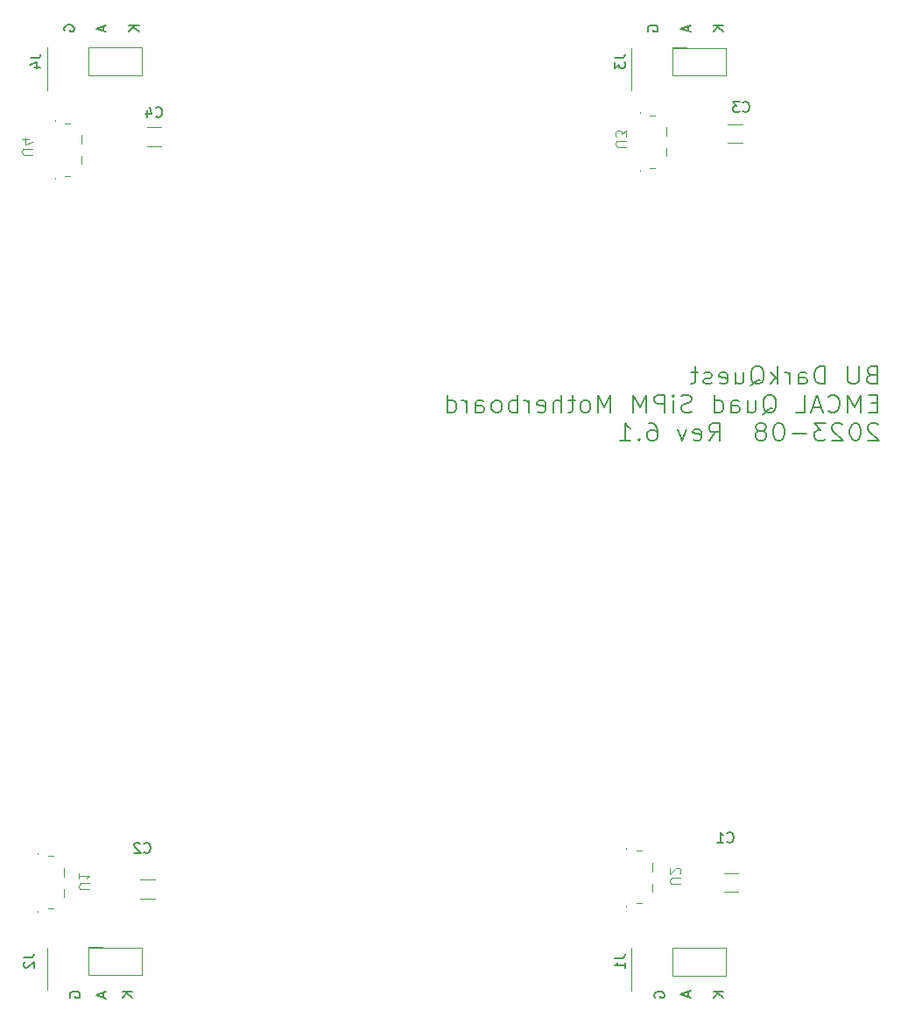
<source format=gbr>
%TF.GenerationSoftware,KiCad,Pcbnew,7.0.5-0*%
%TF.CreationDate,2023-11-28T16:07:23-05:00*%
%TF.ProjectId,quad_sipm,71756164-5f73-4697-906d-2e6b69636164,rev?*%
%TF.SameCoordinates,Original*%
%TF.FileFunction,Legend,Bot*%
%TF.FilePolarity,Positive*%
%FSLAX46Y46*%
G04 Gerber Fmt 4.6, Leading zero omitted, Abs format (unit mm)*
G04 Created by KiCad (PCBNEW 7.0.5-0) date 2023-11-28 16:07:23*
%MOMM*%
%LPD*%
G01*
G04 APERTURE LIST*
%ADD10C,0.150000*%
%ADD11C,0.203200*%
%ADD12C,0.100000*%
%ADD13C,0.120000*%
G04 APERTURE END LIST*
D10*
X124597438Y-53601904D02*
X124549819Y-53506666D01*
X124549819Y-53506666D02*
X124549819Y-53363809D01*
X124549819Y-53363809D02*
X124597438Y-53220952D01*
X124597438Y-53220952D02*
X124692676Y-53125714D01*
X124692676Y-53125714D02*
X124787914Y-53078095D01*
X124787914Y-53078095D02*
X124978390Y-53030476D01*
X124978390Y-53030476D02*
X125121247Y-53030476D01*
X125121247Y-53030476D02*
X125311723Y-53078095D01*
X125311723Y-53078095D02*
X125406961Y-53125714D01*
X125406961Y-53125714D02*
X125502200Y-53220952D01*
X125502200Y-53220952D02*
X125549819Y-53363809D01*
X125549819Y-53363809D02*
X125549819Y-53459047D01*
X125549819Y-53459047D02*
X125502200Y-53601904D01*
X125502200Y-53601904D02*
X125454580Y-53649523D01*
X125454580Y-53649523D02*
X125121247Y-53649523D01*
X125121247Y-53649523D02*
X125121247Y-53459047D01*
X131899819Y-53078095D02*
X130899819Y-53078095D01*
X131899819Y-53649523D02*
X131328390Y-53220952D01*
X130899819Y-53649523D02*
X131471247Y-53078095D01*
X128439104Y-53101905D02*
X128439104Y-53578095D01*
X128724819Y-53006667D02*
X127724819Y-53340000D01*
X127724819Y-53340000D02*
X128724819Y-53673333D01*
X68717438Y-146983220D02*
X68669819Y-146887982D01*
X68669819Y-146887982D02*
X68669819Y-146745125D01*
X68669819Y-146745125D02*
X68717438Y-146602268D01*
X68717438Y-146602268D02*
X68812676Y-146507030D01*
X68812676Y-146507030D02*
X68907914Y-146459411D01*
X68907914Y-146459411D02*
X69098390Y-146411792D01*
X69098390Y-146411792D02*
X69241247Y-146411792D01*
X69241247Y-146411792D02*
X69431723Y-146459411D01*
X69431723Y-146459411D02*
X69526961Y-146507030D01*
X69526961Y-146507030D02*
X69622200Y-146602268D01*
X69622200Y-146602268D02*
X69669819Y-146745125D01*
X69669819Y-146745125D02*
X69669819Y-146840363D01*
X69669819Y-146840363D02*
X69622200Y-146983220D01*
X69622200Y-146983220D02*
X69574580Y-147030839D01*
X69574580Y-147030839D02*
X69241247Y-147030839D01*
X69241247Y-147030839D02*
X69241247Y-146840363D01*
X71924104Y-146554649D02*
X71924104Y-147030839D01*
X72209819Y-146459411D02*
X71209819Y-146792744D01*
X71209819Y-146792744D02*
X72209819Y-147126077D01*
X75384819Y-53078095D02*
X74384819Y-53078095D01*
X75384819Y-53649523D02*
X74813390Y-53220952D01*
X74384819Y-53649523D02*
X74956247Y-53078095D01*
X71924104Y-53101905D02*
X71924104Y-53578095D01*
X72209819Y-53006667D02*
X71209819Y-53340000D01*
X71209819Y-53340000D02*
X72209819Y-53673333D01*
X74749819Y-146423095D02*
X73749819Y-146423095D01*
X74749819Y-146994523D02*
X74178390Y-146565952D01*
X73749819Y-146994523D02*
X74321247Y-146423095D01*
X128439104Y-146446905D02*
X128439104Y-146923095D01*
X128724819Y-146351667D02*
X127724819Y-146685000D01*
X127724819Y-146685000D02*
X128724819Y-147018333D01*
X125232438Y-146983220D02*
X125184819Y-146887982D01*
X125184819Y-146887982D02*
X125184819Y-146745125D01*
X125184819Y-146745125D02*
X125232438Y-146602268D01*
X125232438Y-146602268D02*
X125327676Y-146507030D01*
X125327676Y-146507030D02*
X125422914Y-146459411D01*
X125422914Y-146459411D02*
X125613390Y-146411792D01*
X125613390Y-146411792D02*
X125756247Y-146411792D01*
X125756247Y-146411792D02*
X125946723Y-146459411D01*
X125946723Y-146459411D02*
X126041961Y-146507030D01*
X126041961Y-146507030D02*
X126137200Y-146602268D01*
X126137200Y-146602268D02*
X126184819Y-146745125D01*
X126184819Y-146745125D02*
X126184819Y-146840363D01*
X126184819Y-146840363D02*
X126137200Y-146983220D01*
X126137200Y-146983220D02*
X126089580Y-147030839D01*
X126089580Y-147030839D02*
X125756247Y-147030839D01*
X125756247Y-147030839D02*
X125756247Y-146840363D01*
X131899819Y-146423095D02*
X130899819Y-146423095D01*
X131899819Y-146994523D02*
X131328390Y-146565952D01*
X130899819Y-146994523D02*
X131471247Y-146423095D01*
D11*
X146157744Y-86810410D02*
X145900601Y-86891362D01*
X145900601Y-86891362D02*
X145814887Y-86972314D01*
X145814887Y-86972314D02*
X145729173Y-87134219D01*
X145729173Y-87134219D02*
X145729173Y-87377076D01*
X145729173Y-87377076D02*
X145814887Y-87538981D01*
X145814887Y-87538981D02*
X145900601Y-87619934D01*
X145900601Y-87619934D02*
X146072030Y-87700886D01*
X146072030Y-87700886D02*
X146757744Y-87700886D01*
X146757744Y-87700886D02*
X146757744Y-86000886D01*
X146757744Y-86000886D02*
X146157744Y-86000886D01*
X146157744Y-86000886D02*
X145986316Y-86081838D01*
X145986316Y-86081838D02*
X145900601Y-86162791D01*
X145900601Y-86162791D02*
X145814887Y-86324695D01*
X145814887Y-86324695D02*
X145814887Y-86486600D01*
X145814887Y-86486600D02*
X145900601Y-86648505D01*
X145900601Y-86648505D02*
X145986316Y-86729457D01*
X145986316Y-86729457D02*
X146157744Y-86810410D01*
X146157744Y-86810410D02*
X146757744Y-86810410D01*
X144957744Y-86000886D02*
X144957744Y-87377076D01*
X144957744Y-87377076D02*
X144872030Y-87538981D01*
X144872030Y-87538981D02*
X144786316Y-87619934D01*
X144786316Y-87619934D02*
X144614887Y-87700886D01*
X144614887Y-87700886D02*
X144272030Y-87700886D01*
X144272030Y-87700886D02*
X144100601Y-87619934D01*
X144100601Y-87619934D02*
X144014887Y-87538981D01*
X144014887Y-87538981D02*
X143929173Y-87377076D01*
X143929173Y-87377076D02*
X143929173Y-86000886D01*
X141700601Y-87700886D02*
X141700601Y-86000886D01*
X141700601Y-86000886D02*
X141272030Y-86000886D01*
X141272030Y-86000886D02*
X141014887Y-86081838D01*
X141014887Y-86081838D02*
X140843458Y-86243743D01*
X140843458Y-86243743D02*
X140757744Y-86405648D01*
X140757744Y-86405648D02*
X140672030Y-86729457D01*
X140672030Y-86729457D02*
X140672030Y-86972314D01*
X140672030Y-86972314D02*
X140757744Y-87296124D01*
X140757744Y-87296124D02*
X140843458Y-87458029D01*
X140843458Y-87458029D02*
X141014887Y-87619934D01*
X141014887Y-87619934D02*
X141272030Y-87700886D01*
X141272030Y-87700886D02*
X141700601Y-87700886D01*
X139129173Y-87700886D02*
X139129173Y-86810410D01*
X139129173Y-86810410D02*
X139214887Y-86648505D01*
X139214887Y-86648505D02*
X139386315Y-86567553D01*
X139386315Y-86567553D02*
X139729173Y-86567553D01*
X139729173Y-86567553D02*
X139900601Y-86648505D01*
X139129173Y-87619934D02*
X139300601Y-87700886D01*
X139300601Y-87700886D02*
X139729173Y-87700886D01*
X139729173Y-87700886D02*
X139900601Y-87619934D01*
X139900601Y-87619934D02*
X139986315Y-87458029D01*
X139986315Y-87458029D02*
X139986315Y-87296124D01*
X139986315Y-87296124D02*
X139900601Y-87134219D01*
X139900601Y-87134219D02*
X139729173Y-87053267D01*
X139729173Y-87053267D02*
X139300601Y-87053267D01*
X139300601Y-87053267D02*
X139129173Y-86972314D01*
X138272030Y-87700886D02*
X138272030Y-86567553D01*
X138272030Y-86891362D02*
X138186316Y-86729457D01*
X138186316Y-86729457D02*
X138100602Y-86648505D01*
X138100602Y-86648505D02*
X137929173Y-86567553D01*
X137929173Y-86567553D02*
X137757744Y-86567553D01*
X137157744Y-87700886D02*
X137157744Y-86000886D01*
X136986316Y-87053267D02*
X136472030Y-87700886D01*
X136472030Y-86567553D02*
X137157744Y-87215172D01*
X134500601Y-87862791D02*
X134672030Y-87781838D01*
X134672030Y-87781838D02*
X134843458Y-87619934D01*
X134843458Y-87619934D02*
X135100601Y-87377076D01*
X135100601Y-87377076D02*
X135272030Y-87296124D01*
X135272030Y-87296124D02*
X135443458Y-87296124D01*
X135357744Y-87700886D02*
X135529173Y-87619934D01*
X135529173Y-87619934D02*
X135700601Y-87458029D01*
X135700601Y-87458029D02*
X135786315Y-87134219D01*
X135786315Y-87134219D02*
X135786315Y-86567553D01*
X135786315Y-86567553D02*
X135700601Y-86243743D01*
X135700601Y-86243743D02*
X135529173Y-86081838D01*
X135529173Y-86081838D02*
X135357744Y-86000886D01*
X135357744Y-86000886D02*
X135014887Y-86000886D01*
X135014887Y-86000886D02*
X134843458Y-86081838D01*
X134843458Y-86081838D02*
X134672030Y-86243743D01*
X134672030Y-86243743D02*
X134586315Y-86567553D01*
X134586315Y-86567553D02*
X134586315Y-87134219D01*
X134586315Y-87134219D02*
X134672030Y-87458029D01*
X134672030Y-87458029D02*
X134843458Y-87619934D01*
X134843458Y-87619934D02*
X135014887Y-87700886D01*
X135014887Y-87700886D02*
X135357744Y-87700886D01*
X133043459Y-86567553D02*
X133043459Y-87700886D01*
X133814887Y-86567553D02*
X133814887Y-87458029D01*
X133814887Y-87458029D02*
X133729173Y-87619934D01*
X133729173Y-87619934D02*
X133557744Y-87700886D01*
X133557744Y-87700886D02*
X133300601Y-87700886D01*
X133300601Y-87700886D02*
X133129173Y-87619934D01*
X133129173Y-87619934D02*
X133043459Y-87538981D01*
X131500602Y-87619934D02*
X131672030Y-87700886D01*
X131672030Y-87700886D02*
X132014888Y-87700886D01*
X132014888Y-87700886D02*
X132186316Y-87619934D01*
X132186316Y-87619934D02*
X132272030Y-87458029D01*
X132272030Y-87458029D02*
X132272030Y-86810410D01*
X132272030Y-86810410D02*
X132186316Y-86648505D01*
X132186316Y-86648505D02*
X132014888Y-86567553D01*
X132014888Y-86567553D02*
X131672030Y-86567553D01*
X131672030Y-86567553D02*
X131500602Y-86648505D01*
X131500602Y-86648505D02*
X131414888Y-86810410D01*
X131414888Y-86810410D02*
X131414888Y-86972314D01*
X131414888Y-86972314D02*
X132272030Y-87134219D01*
X130729173Y-87619934D02*
X130557745Y-87700886D01*
X130557745Y-87700886D02*
X130214888Y-87700886D01*
X130214888Y-87700886D02*
X130043459Y-87619934D01*
X130043459Y-87619934D02*
X129957745Y-87458029D01*
X129957745Y-87458029D02*
X129957745Y-87377076D01*
X129957745Y-87377076D02*
X130043459Y-87215172D01*
X130043459Y-87215172D02*
X130214888Y-87134219D01*
X130214888Y-87134219D02*
X130472031Y-87134219D01*
X130472031Y-87134219D02*
X130643459Y-87053267D01*
X130643459Y-87053267D02*
X130729173Y-86891362D01*
X130729173Y-86891362D02*
X130729173Y-86810410D01*
X130729173Y-86810410D02*
X130643459Y-86648505D01*
X130643459Y-86648505D02*
X130472031Y-86567553D01*
X130472031Y-86567553D02*
X130214888Y-86567553D01*
X130214888Y-86567553D02*
X130043459Y-86648505D01*
X129443459Y-86567553D02*
X128757745Y-86567553D01*
X129186316Y-86000886D02*
X129186316Y-87458029D01*
X129186316Y-87458029D02*
X129100602Y-87619934D01*
X129100602Y-87619934D02*
X128929173Y-87700886D01*
X128929173Y-87700886D02*
X128757745Y-87700886D01*
X146757744Y-89547410D02*
X146157744Y-89547410D01*
X145900601Y-90437886D02*
X146757744Y-90437886D01*
X146757744Y-90437886D02*
X146757744Y-88737886D01*
X146757744Y-88737886D02*
X145900601Y-88737886D01*
X145129173Y-90437886D02*
X145129173Y-88737886D01*
X145129173Y-88737886D02*
X144529173Y-89952172D01*
X144529173Y-89952172D02*
X143929173Y-88737886D01*
X143929173Y-88737886D02*
X143929173Y-90437886D01*
X142043459Y-90275981D02*
X142129173Y-90356934D01*
X142129173Y-90356934D02*
X142386316Y-90437886D01*
X142386316Y-90437886D02*
X142557744Y-90437886D01*
X142557744Y-90437886D02*
X142814887Y-90356934D01*
X142814887Y-90356934D02*
X142986316Y-90195029D01*
X142986316Y-90195029D02*
X143072030Y-90033124D01*
X143072030Y-90033124D02*
X143157744Y-89709314D01*
X143157744Y-89709314D02*
X143157744Y-89466457D01*
X143157744Y-89466457D02*
X143072030Y-89142648D01*
X143072030Y-89142648D02*
X142986316Y-88980743D01*
X142986316Y-88980743D02*
X142814887Y-88818838D01*
X142814887Y-88818838D02*
X142557744Y-88737886D01*
X142557744Y-88737886D02*
X142386316Y-88737886D01*
X142386316Y-88737886D02*
X142129173Y-88818838D01*
X142129173Y-88818838D02*
X142043459Y-88899791D01*
X141357744Y-89952172D02*
X140500602Y-89952172D01*
X141529173Y-90437886D02*
X140929173Y-88737886D01*
X140929173Y-88737886D02*
X140329173Y-90437886D01*
X138872030Y-90437886D02*
X139729173Y-90437886D01*
X139729173Y-90437886D02*
X139729173Y-88737886D01*
X135700601Y-90599791D02*
X135872030Y-90518838D01*
X135872030Y-90518838D02*
X136043458Y-90356934D01*
X136043458Y-90356934D02*
X136300601Y-90114076D01*
X136300601Y-90114076D02*
X136472030Y-90033124D01*
X136472030Y-90033124D02*
X136643458Y-90033124D01*
X136557744Y-90437886D02*
X136729173Y-90356934D01*
X136729173Y-90356934D02*
X136900601Y-90195029D01*
X136900601Y-90195029D02*
X136986315Y-89871219D01*
X136986315Y-89871219D02*
X136986315Y-89304553D01*
X136986315Y-89304553D02*
X136900601Y-88980743D01*
X136900601Y-88980743D02*
X136729173Y-88818838D01*
X136729173Y-88818838D02*
X136557744Y-88737886D01*
X136557744Y-88737886D02*
X136214887Y-88737886D01*
X136214887Y-88737886D02*
X136043458Y-88818838D01*
X136043458Y-88818838D02*
X135872030Y-88980743D01*
X135872030Y-88980743D02*
X135786315Y-89304553D01*
X135786315Y-89304553D02*
X135786315Y-89871219D01*
X135786315Y-89871219D02*
X135872030Y-90195029D01*
X135872030Y-90195029D02*
X136043458Y-90356934D01*
X136043458Y-90356934D02*
X136214887Y-90437886D01*
X136214887Y-90437886D02*
X136557744Y-90437886D01*
X134243459Y-89304553D02*
X134243459Y-90437886D01*
X135014887Y-89304553D02*
X135014887Y-90195029D01*
X135014887Y-90195029D02*
X134929173Y-90356934D01*
X134929173Y-90356934D02*
X134757744Y-90437886D01*
X134757744Y-90437886D02*
X134500601Y-90437886D01*
X134500601Y-90437886D02*
X134329173Y-90356934D01*
X134329173Y-90356934D02*
X134243459Y-90275981D01*
X132614888Y-90437886D02*
X132614888Y-89547410D01*
X132614888Y-89547410D02*
X132700602Y-89385505D01*
X132700602Y-89385505D02*
X132872030Y-89304553D01*
X132872030Y-89304553D02*
X133214888Y-89304553D01*
X133214888Y-89304553D02*
X133386316Y-89385505D01*
X132614888Y-90356934D02*
X132786316Y-90437886D01*
X132786316Y-90437886D02*
X133214888Y-90437886D01*
X133214888Y-90437886D02*
X133386316Y-90356934D01*
X133386316Y-90356934D02*
X133472030Y-90195029D01*
X133472030Y-90195029D02*
X133472030Y-90033124D01*
X133472030Y-90033124D02*
X133386316Y-89871219D01*
X133386316Y-89871219D02*
X133214888Y-89790267D01*
X133214888Y-89790267D02*
X132786316Y-89790267D01*
X132786316Y-89790267D02*
X132614888Y-89709314D01*
X130986317Y-90437886D02*
X130986317Y-88737886D01*
X130986317Y-90356934D02*
X131157745Y-90437886D01*
X131157745Y-90437886D02*
X131500602Y-90437886D01*
X131500602Y-90437886D02*
X131672031Y-90356934D01*
X131672031Y-90356934D02*
X131757745Y-90275981D01*
X131757745Y-90275981D02*
X131843459Y-90114076D01*
X131843459Y-90114076D02*
X131843459Y-89628362D01*
X131843459Y-89628362D02*
X131757745Y-89466457D01*
X131757745Y-89466457D02*
X131672031Y-89385505D01*
X131672031Y-89385505D02*
X131500602Y-89304553D01*
X131500602Y-89304553D02*
X131157745Y-89304553D01*
X131157745Y-89304553D02*
X130986317Y-89385505D01*
X128843459Y-90356934D02*
X128586317Y-90437886D01*
X128586317Y-90437886D02*
X128157745Y-90437886D01*
X128157745Y-90437886D02*
X127986317Y-90356934D01*
X127986317Y-90356934D02*
X127900602Y-90275981D01*
X127900602Y-90275981D02*
X127814888Y-90114076D01*
X127814888Y-90114076D02*
X127814888Y-89952172D01*
X127814888Y-89952172D02*
X127900602Y-89790267D01*
X127900602Y-89790267D02*
X127986317Y-89709314D01*
X127986317Y-89709314D02*
X128157745Y-89628362D01*
X128157745Y-89628362D02*
X128500602Y-89547410D01*
X128500602Y-89547410D02*
X128672031Y-89466457D01*
X128672031Y-89466457D02*
X128757745Y-89385505D01*
X128757745Y-89385505D02*
X128843459Y-89223600D01*
X128843459Y-89223600D02*
X128843459Y-89061695D01*
X128843459Y-89061695D02*
X128757745Y-88899791D01*
X128757745Y-88899791D02*
X128672031Y-88818838D01*
X128672031Y-88818838D02*
X128500602Y-88737886D01*
X128500602Y-88737886D02*
X128072031Y-88737886D01*
X128072031Y-88737886D02*
X127814888Y-88818838D01*
X127043459Y-90437886D02*
X127043459Y-89304553D01*
X127043459Y-88737886D02*
X127129173Y-88818838D01*
X127129173Y-88818838D02*
X127043459Y-88899791D01*
X127043459Y-88899791D02*
X126957745Y-88818838D01*
X126957745Y-88818838D02*
X127043459Y-88737886D01*
X127043459Y-88737886D02*
X127043459Y-88899791D01*
X126186316Y-90437886D02*
X126186316Y-88737886D01*
X126186316Y-88737886D02*
X125500602Y-88737886D01*
X125500602Y-88737886D02*
X125329173Y-88818838D01*
X125329173Y-88818838D02*
X125243459Y-88899791D01*
X125243459Y-88899791D02*
X125157745Y-89061695D01*
X125157745Y-89061695D02*
X125157745Y-89304553D01*
X125157745Y-89304553D02*
X125243459Y-89466457D01*
X125243459Y-89466457D02*
X125329173Y-89547410D01*
X125329173Y-89547410D02*
X125500602Y-89628362D01*
X125500602Y-89628362D02*
X126186316Y-89628362D01*
X124386316Y-90437886D02*
X124386316Y-88737886D01*
X124386316Y-88737886D02*
X123786316Y-89952172D01*
X123786316Y-89952172D02*
X123186316Y-88737886D01*
X123186316Y-88737886D02*
X123186316Y-90437886D01*
X120957744Y-90437886D02*
X120957744Y-88737886D01*
X120957744Y-88737886D02*
X120357744Y-89952172D01*
X120357744Y-89952172D02*
X119757744Y-88737886D01*
X119757744Y-88737886D02*
X119757744Y-90437886D01*
X118643458Y-90437886D02*
X118814887Y-90356934D01*
X118814887Y-90356934D02*
X118900601Y-90275981D01*
X118900601Y-90275981D02*
X118986315Y-90114076D01*
X118986315Y-90114076D02*
X118986315Y-89628362D01*
X118986315Y-89628362D02*
X118900601Y-89466457D01*
X118900601Y-89466457D02*
X118814887Y-89385505D01*
X118814887Y-89385505D02*
X118643458Y-89304553D01*
X118643458Y-89304553D02*
X118386315Y-89304553D01*
X118386315Y-89304553D02*
X118214887Y-89385505D01*
X118214887Y-89385505D02*
X118129173Y-89466457D01*
X118129173Y-89466457D02*
X118043458Y-89628362D01*
X118043458Y-89628362D02*
X118043458Y-90114076D01*
X118043458Y-90114076D02*
X118129173Y-90275981D01*
X118129173Y-90275981D02*
X118214887Y-90356934D01*
X118214887Y-90356934D02*
X118386315Y-90437886D01*
X118386315Y-90437886D02*
X118643458Y-90437886D01*
X117529173Y-89304553D02*
X116843459Y-89304553D01*
X117272030Y-88737886D02*
X117272030Y-90195029D01*
X117272030Y-90195029D02*
X117186316Y-90356934D01*
X117186316Y-90356934D02*
X117014887Y-90437886D01*
X117014887Y-90437886D02*
X116843459Y-90437886D01*
X116243459Y-90437886D02*
X116243459Y-88737886D01*
X115472031Y-90437886D02*
X115472031Y-89547410D01*
X115472031Y-89547410D02*
X115557745Y-89385505D01*
X115557745Y-89385505D02*
X115729173Y-89304553D01*
X115729173Y-89304553D02*
X115986316Y-89304553D01*
X115986316Y-89304553D02*
X116157745Y-89385505D01*
X116157745Y-89385505D02*
X116243459Y-89466457D01*
X113929174Y-90356934D02*
X114100602Y-90437886D01*
X114100602Y-90437886D02*
X114443460Y-90437886D01*
X114443460Y-90437886D02*
X114614888Y-90356934D01*
X114614888Y-90356934D02*
X114700602Y-90195029D01*
X114700602Y-90195029D02*
X114700602Y-89547410D01*
X114700602Y-89547410D02*
X114614888Y-89385505D01*
X114614888Y-89385505D02*
X114443460Y-89304553D01*
X114443460Y-89304553D02*
X114100602Y-89304553D01*
X114100602Y-89304553D02*
X113929174Y-89385505D01*
X113929174Y-89385505D02*
X113843460Y-89547410D01*
X113843460Y-89547410D02*
X113843460Y-89709314D01*
X113843460Y-89709314D02*
X114700602Y-89871219D01*
X113072031Y-90437886D02*
X113072031Y-89304553D01*
X113072031Y-89628362D02*
X112986317Y-89466457D01*
X112986317Y-89466457D02*
X112900603Y-89385505D01*
X112900603Y-89385505D02*
X112729174Y-89304553D01*
X112729174Y-89304553D02*
X112557745Y-89304553D01*
X111957745Y-90437886D02*
X111957745Y-88737886D01*
X111957745Y-89385505D02*
X111786317Y-89304553D01*
X111786317Y-89304553D02*
X111443459Y-89304553D01*
X111443459Y-89304553D02*
X111272031Y-89385505D01*
X111272031Y-89385505D02*
X111186317Y-89466457D01*
X111186317Y-89466457D02*
X111100602Y-89628362D01*
X111100602Y-89628362D02*
X111100602Y-90114076D01*
X111100602Y-90114076D02*
X111186317Y-90275981D01*
X111186317Y-90275981D02*
X111272031Y-90356934D01*
X111272031Y-90356934D02*
X111443459Y-90437886D01*
X111443459Y-90437886D02*
X111786317Y-90437886D01*
X111786317Y-90437886D02*
X111957745Y-90356934D01*
X110072031Y-90437886D02*
X110243460Y-90356934D01*
X110243460Y-90356934D02*
X110329174Y-90275981D01*
X110329174Y-90275981D02*
X110414888Y-90114076D01*
X110414888Y-90114076D02*
X110414888Y-89628362D01*
X110414888Y-89628362D02*
X110329174Y-89466457D01*
X110329174Y-89466457D02*
X110243460Y-89385505D01*
X110243460Y-89385505D02*
X110072031Y-89304553D01*
X110072031Y-89304553D02*
X109814888Y-89304553D01*
X109814888Y-89304553D02*
X109643460Y-89385505D01*
X109643460Y-89385505D02*
X109557746Y-89466457D01*
X109557746Y-89466457D02*
X109472031Y-89628362D01*
X109472031Y-89628362D02*
X109472031Y-90114076D01*
X109472031Y-90114076D02*
X109557746Y-90275981D01*
X109557746Y-90275981D02*
X109643460Y-90356934D01*
X109643460Y-90356934D02*
X109814888Y-90437886D01*
X109814888Y-90437886D02*
X110072031Y-90437886D01*
X107929175Y-90437886D02*
X107929175Y-89547410D01*
X107929175Y-89547410D02*
X108014889Y-89385505D01*
X108014889Y-89385505D02*
X108186317Y-89304553D01*
X108186317Y-89304553D02*
X108529175Y-89304553D01*
X108529175Y-89304553D02*
X108700603Y-89385505D01*
X107929175Y-90356934D02*
X108100603Y-90437886D01*
X108100603Y-90437886D02*
X108529175Y-90437886D01*
X108529175Y-90437886D02*
X108700603Y-90356934D01*
X108700603Y-90356934D02*
X108786317Y-90195029D01*
X108786317Y-90195029D02*
X108786317Y-90033124D01*
X108786317Y-90033124D02*
X108700603Y-89871219D01*
X108700603Y-89871219D02*
X108529175Y-89790267D01*
X108529175Y-89790267D02*
X108100603Y-89790267D01*
X108100603Y-89790267D02*
X107929175Y-89709314D01*
X107072032Y-90437886D02*
X107072032Y-89304553D01*
X107072032Y-89628362D02*
X106986318Y-89466457D01*
X106986318Y-89466457D02*
X106900604Y-89385505D01*
X106900604Y-89385505D02*
X106729175Y-89304553D01*
X106729175Y-89304553D02*
X106557746Y-89304553D01*
X105186318Y-90437886D02*
X105186318Y-88737886D01*
X105186318Y-90356934D02*
X105357746Y-90437886D01*
X105357746Y-90437886D02*
X105700603Y-90437886D01*
X105700603Y-90437886D02*
X105872032Y-90356934D01*
X105872032Y-90356934D02*
X105957746Y-90275981D01*
X105957746Y-90275981D02*
X106043460Y-90114076D01*
X106043460Y-90114076D02*
X106043460Y-89628362D01*
X106043460Y-89628362D02*
X105957746Y-89466457D01*
X105957746Y-89466457D02*
X105872032Y-89385505D01*
X105872032Y-89385505D02*
X105700603Y-89304553D01*
X105700603Y-89304553D02*
X105357746Y-89304553D01*
X105357746Y-89304553D02*
X105186318Y-89385505D01*
X146843458Y-91636791D02*
X146757744Y-91555838D01*
X146757744Y-91555838D02*
X146586316Y-91474886D01*
X146586316Y-91474886D02*
X146157744Y-91474886D01*
X146157744Y-91474886D02*
X145986316Y-91555838D01*
X145986316Y-91555838D02*
X145900601Y-91636791D01*
X145900601Y-91636791D02*
X145814887Y-91798695D01*
X145814887Y-91798695D02*
X145814887Y-91960600D01*
X145814887Y-91960600D02*
X145900601Y-92203457D01*
X145900601Y-92203457D02*
X146929173Y-93174886D01*
X146929173Y-93174886D02*
X145814887Y-93174886D01*
X144700601Y-91474886D02*
X144529172Y-91474886D01*
X144529172Y-91474886D02*
X144357744Y-91555838D01*
X144357744Y-91555838D02*
X144272030Y-91636791D01*
X144272030Y-91636791D02*
X144186315Y-91798695D01*
X144186315Y-91798695D02*
X144100601Y-92122505D01*
X144100601Y-92122505D02*
X144100601Y-92527267D01*
X144100601Y-92527267D02*
X144186315Y-92851076D01*
X144186315Y-92851076D02*
X144272030Y-93012981D01*
X144272030Y-93012981D02*
X144357744Y-93093934D01*
X144357744Y-93093934D02*
X144529172Y-93174886D01*
X144529172Y-93174886D02*
X144700601Y-93174886D01*
X144700601Y-93174886D02*
X144872030Y-93093934D01*
X144872030Y-93093934D02*
X144957744Y-93012981D01*
X144957744Y-93012981D02*
X145043458Y-92851076D01*
X145043458Y-92851076D02*
X145129172Y-92527267D01*
X145129172Y-92527267D02*
X145129172Y-92122505D01*
X145129172Y-92122505D02*
X145043458Y-91798695D01*
X145043458Y-91798695D02*
X144957744Y-91636791D01*
X144957744Y-91636791D02*
X144872030Y-91555838D01*
X144872030Y-91555838D02*
X144700601Y-91474886D01*
X143414886Y-91636791D02*
X143329172Y-91555838D01*
X143329172Y-91555838D02*
X143157744Y-91474886D01*
X143157744Y-91474886D02*
X142729172Y-91474886D01*
X142729172Y-91474886D02*
X142557744Y-91555838D01*
X142557744Y-91555838D02*
X142472029Y-91636791D01*
X142472029Y-91636791D02*
X142386315Y-91798695D01*
X142386315Y-91798695D02*
X142386315Y-91960600D01*
X142386315Y-91960600D02*
X142472029Y-92203457D01*
X142472029Y-92203457D02*
X143500601Y-93174886D01*
X143500601Y-93174886D02*
X142386315Y-93174886D01*
X141786315Y-91474886D02*
X140672029Y-91474886D01*
X140672029Y-91474886D02*
X141272029Y-92122505D01*
X141272029Y-92122505D02*
X141014886Y-92122505D01*
X141014886Y-92122505D02*
X140843458Y-92203457D01*
X140843458Y-92203457D02*
X140757743Y-92284410D01*
X140757743Y-92284410D02*
X140672029Y-92446314D01*
X140672029Y-92446314D02*
X140672029Y-92851076D01*
X140672029Y-92851076D02*
X140757743Y-93012981D01*
X140757743Y-93012981D02*
X140843458Y-93093934D01*
X140843458Y-93093934D02*
X141014886Y-93174886D01*
X141014886Y-93174886D02*
X141529172Y-93174886D01*
X141529172Y-93174886D02*
X141700600Y-93093934D01*
X141700600Y-93093934D02*
X141786315Y-93012981D01*
X139900600Y-92527267D02*
X138529172Y-92527267D01*
X137329172Y-91474886D02*
X137157743Y-91474886D01*
X137157743Y-91474886D02*
X136986315Y-91555838D01*
X136986315Y-91555838D02*
X136900601Y-91636791D01*
X136900601Y-91636791D02*
X136814886Y-91798695D01*
X136814886Y-91798695D02*
X136729172Y-92122505D01*
X136729172Y-92122505D02*
X136729172Y-92527267D01*
X136729172Y-92527267D02*
X136814886Y-92851076D01*
X136814886Y-92851076D02*
X136900601Y-93012981D01*
X136900601Y-93012981D02*
X136986315Y-93093934D01*
X136986315Y-93093934D02*
X137157743Y-93174886D01*
X137157743Y-93174886D02*
X137329172Y-93174886D01*
X137329172Y-93174886D02*
X137500601Y-93093934D01*
X137500601Y-93093934D02*
X137586315Y-93012981D01*
X137586315Y-93012981D02*
X137672029Y-92851076D01*
X137672029Y-92851076D02*
X137757743Y-92527267D01*
X137757743Y-92527267D02*
X137757743Y-92122505D01*
X137757743Y-92122505D02*
X137672029Y-91798695D01*
X137672029Y-91798695D02*
X137586315Y-91636791D01*
X137586315Y-91636791D02*
X137500601Y-91555838D01*
X137500601Y-91555838D02*
X137329172Y-91474886D01*
X135700600Y-92203457D02*
X135872029Y-92122505D01*
X135872029Y-92122505D02*
X135957743Y-92041553D01*
X135957743Y-92041553D02*
X136043457Y-91879648D01*
X136043457Y-91879648D02*
X136043457Y-91798695D01*
X136043457Y-91798695D02*
X135957743Y-91636791D01*
X135957743Y-91636791D02*
X135872029Y-91555838D01*
X135872029Y-91555838D02*
X135700600Y-91474886D01*
X135700600Y-91474886D02*
X135357743Y-91474886D01*
X135357743Y-91474886D02*
X135186315Y-91555838D01*
X135186315Y-91555838D02*
X135100600Y-91636791D01*
X135100600Y-91636791D02*
X135014886Y-91798695D01*
X135014886Y-91798695D02*
X135014886Y-91879648D01*
X135014886Y-91879648D02*
X135100600Y-92041553D01*
X135100600Y-92041553D02*
X135186315Y-92122505D01*
X135186315Y-92122505D02*
X135357743Y-92203457D01*
X135357743Y-92203457D02*
X135700600Y-92203457D01*
X135700600Y-92203457D02*
X135872029Y-92284410D01*
X135872029Y-92284410D02*
X135957743Y-92365362D01*
X135957743Y-92365362D02*
X136043457Y-92527267D01*
X136043457Y-92527267D02*
X136043457Y-92851076D01*
X136043457Y-92851076D02*
X135957743Y-93012981D01*
X135957743Y-93012981D02*
X135872029Y-93093934D01*
X135872029Y-93093934D02*
X135700600Y-93174886D01*
X135700600Y-93174886D02*
X135357743Y-93174886D01*
X135357743Y-93174886D02*
X135186315Y-93093934D01*
X135186315Y-93093934D02*
X135100600Y-93012981D01*
X135100600Y-93012981D02*
X135014886Y-92851076D01*
X135014886Y-92851076D02*
X135014886Y-92527267D01*
X135014886Y-92527267D02*
X135100600Y-92365362D01*
X135100600Y-92365362D02*
X135186315Y-92284410D01*
X135186315Y-92284410D02*
X135357743Y-92203457D01*
X130472028Y-93174886D02*
X131072028Y-92365362D01*
X131500599Y-93174886D02*
X131500599Y-91474886D01*
X131500599Y-91474886D02*
X130814885Y-91474886D01*
X130814885Y-91474886D02*
X130643456Y-91555838D01*
X130643456Y-91555838D02*
X130557742Y-91636791D01*
X130557742Y-91636791D02*
X130472028Y-91798695D01*
X130472028Y-91798695D02*
X130472028Y-92041553D01*
X130472028Y-92041553D02*
X130557742Y-92203457D01*
X130557742Y-92203457D02*
X130643456Y-92284410D01*
X130643456Y-92284410D02*
X130814885Y-92365362D01*
X130814885Y-92365362D02*
X131500599Y-92365362D01*
X129014885Y-93093934D02*
X129186313Y-93174886D01*
X129186313Y-93174886D02*
X129529171Y-93174886D01*
X129529171Y-93174886D02*
X129700599Y-93093934D01*
X129700599Y-93093934D02*
X129786313Y-92932029D01*
X129786313Y-92932029D02*
X129786313Y-92284410D01*
X129786313Y-92284410D02*
X129700599Y-92122505D01*
X129700599Y-92122505D02*
X129529171Y-92041553D01*
X129529171Y-92041553D02*
X129186313Y-92041553D01*
X129186313Y-92041553D02*
X129014885Y-92122505D01*
X129014885Y-92122505D02*
X128929171Y-92284410D01*
X128929171Y-92284410D02*
X128929171Y-92446314D01*
X128929171Y-92446314D02*
X129786313Y-92608219D01*
X128329171Y-92041553D02*
X127900599Y-93174886D01*
X127900599Y-93174886D02*
X127472028Y-92041553D01*
X124643456Y-91474886D02*
X124986313Y-91474886D01*
X124986313Y-91474886D02*
X125157741Y-91555838D01*
X125157741Y-91555838D02*
X125243456Y-91636791D01*
X125243456Y-91636791D02*
X125414884Y-91879648D01*
X125414884Y-91879648D02*
X125500598Y-92203457D01*
X125500598Y-92203457D02*
X125500598Y-92851076D01*
X125500598Y-92851076D02*
X125414884Y-93012981D01*
X125414884Y-93012981D02*
X125329170Y-93093934D01*
X125329170Y-93093934D02*
X125157741Y-93174886D01*
X125157741Y-93174886D02*
X124814884Y-93174886D01*
X124814884Y-93174886D02*
X124643456Y-93093934D01*
X124643456Y-93093934D02*
X124557741Y-93012981D01*
X124557741Y-93012981D02*
X124472027Y-92851076D01*
X124472027Y-92851076D02*
X124472027Y-92446314D01*
X124472027Y-92446314D02*
X124557741Y-92284410D01*
X124557741Y-92284410D02*
X124643456Y-92203457D01*
X124643456Y-92203457D02*
X124814884Y-92122505D01*
X124814884Y-92122505D02*
X125157741Y-92122505D01*
X125157741Y-92122505D02*
X125329170Y-92203457D01*
X125329170Y-92203457D02*
X125414884Y-92284410D01*
X125414884Y-92284410D02*
X125500598Y-92446314D01*
X123700598Y-93012981D02*
X123614884Y-93093934D01*
X123614884Y-93093934D02*
X123700598Y-93174886D01*
X123700598Y-93174886D02*
X123786312Y-93093934D01*
X123786312Y-93093934D02*
X123700598Y-93012981D01*
X123700598Y-93012981D02*
X123700598Y-93174886D01*
X121900598Y-93174886D02*
X122929169Y-93174886D01*
X122414884Y-93174886D02*
X122414884Y-91474886D01*
X122414884Y-91474886D02*
X122586312Y-91717743D01*
X122586312Y-91717743D02*
X122757741Y-91879648D01*
X122757741Y-91879648D02*
X122929169Y-91960600D01*
D10*
X68162438Y-53565588D02*
X68114819Y-53470350D01*
X68114819Y-53470350D02*
X68114819Y-53327493D01*
X68114819Y-53327493D02*
X68162438Y-53184636D01*
X68162438Y-53184636D02*
X68257676Y-53089398D01*
X68257676Y-53089398D02*
X68352914Y-53041779D01*
X68352914Y-53041779D02*
X68543390Y-52994160D01*
X68543390Y-52994160D02*
X68686247Y-52994160D01*
X68686247Y-52994160D02*
X68876723Y-53041779D01*
X68876723Y-53041779D02*
X68971961Y-53089398D01*
X68971961Y-53089398D02*
X69067200Y-53184636D01*
X69067200Y-53184636D02*
X69114819Y-53327493D01*
X69114819Y-53327493D02*
X69114819Y-53422731D01*
X69114819Y-53422731D02*
X69067200Y-53565588D01*
X69067200Y-53565588D02*
X69019580Y-53613207D01*
X69019580Y-53613207D02*
X68686247Y-53613207D01*
X68686247Y-53613207D02*
X68686247Y-53422731D01*
%TO.C,J1*%
X121374819Y-143176666D02*
X122089104Y-143176666D01*
X122089104Y-143176666D02*
X122231961Y-143129047D01*
X122231961Y-143129047D02*
X122327200Y-143033809D01*
X122327200Y-143033809D02*
X122374819Y-142890952D01*
X122374819Y-142890952D02*
X122374819Y-142795714D01*
X122374819Y-144176666D02*
X122374819Y-143605238D01*
X122374819Y-143890952D02*
X121374819Y-143890952D01*
X121374819Y-143890952D02*
X121517676Y-143795714D01*
X121517676Y-143795714D02*
X121612914Y-143700476D01*
X121612914Y-143700476D02*
X121660533Y-143605238D01*
%TO.C,C4*%
X77001666Y-61827580D02*
X77049285Y-61875200D01*
X77049285Y-61875200D02*
X77192142Y-61922819D01*
X77192142Y-61922819D02*
X77287380Y-61922819D01*
X77287380Y-61922819D02*
X77430237Y-61875200D01*
X77430237Y-61875200D02*
X77525475Y-61779961D01*
X77525475Y-61779961D02*
X77573094Y-61684723D01*
X77573094Y-61684723D02*
X77620713Y-61494247D01*
X77620713Y-61494247D02*
X77620713Y-61351390D01*
X77620713Y-61351390D02*
X77573094Y-61160914D01*
X77573094Y-61160914D02*
X77525475Y-61065676D01*
X77525475Y-61065676D02*
X77430237Y-60970438D01*
X77430237Y-60970438D02*
X77287380Y-60922819D01*
X77287380Y-60922819D02*
X77192142Y-60922819D01*
X77192142Y-60922819D02*
X77049285Y-60970438D01*
X77049285Y-60970438D02*
X77001666Y-61018057D01*
X76144523Y-61256152D02*
X76144523Y-61922819D01*
X76382618Y-60875200D02*
X76620713Y-61589485D01*
X76620713Y-61589485D02*
X76001666Y-61589485D01*
%TO.C,J3*%
X121374819Y-56181666D02*
X122089104Y-56181666D01*
X122089104Y-56181666D02*
X122231961Y-56134047D01*
X122231961Y-56134047D02*
X122327200Y-56038809D01*
X122327200Y-56038809D02*
X122374819Y-55895952D01*
X122374819Y-55895952D02*
X122374819Y-55800714D01*
X121374819Y-56562619D02*
X121374819Y-57181666D01*
X121374819Y-57181666D02*
X121755771Y-56848333D01*
X121755771Y-56848333D02*
X121755771Y-56991190D01*
X121755771Y-56991190D02*
X121803390Y-57086428D01*
X121803390Y-57086428D02*
X121851009Y-57134047D01*
X121851009Y-57134047D02*
X121946247Y-57181666D01*
X121946247Y-57181666D02*
X122184342Y-57181666D01*
X122184342Y-57181666D02*
X122279580Y-57134047D01*
X122279580Y-57134047D02*
X122327200Y-57086428D01*
X122327200Y-57086428D02*
X122374819Y-56991190D01*
X122374819Y-56991190D02*
X122374819Y-56705476D01*
X122374819Y-56705476D02*
X122327200Y-56610238D01*
X122327200Y-56610238D02*
X122279580Y-56562619D01*
%TO.C,J4*%
X64859819Y-56181666D02*
X65574104Y-56181666D01*
X65574104Y-56181666D02*
X65716961Y-56134047D01*
X65716961Y-56134047D02*
X65812200Y-56038809D01*
X65812200Y-56038809D02*
X65859819Y-55895952D01*
X65859819Y-55895952D02*
X65859819Y-55800714D01*
X65193152Y-57086428D02*
X65859819Y-57086428D01*
X64812200Y-56848333D02*
X65526485Y-56610238D01*
X65526485Y-56610238D02*
X65526485Y-57229285D01*
%TO.C,C3*%
X133770666Y-61319580D02*
X133818285Y-61367200D01*
X133818285Y-61367200D02*
X133961142Y-61414819D01*
X133961142Y-61414819D02*
X134056380Y-61414819D01*
X134056380Y-61414819D02*
X134199237Y-61367200D01*
X134199237Y-61367200D02*
X134294475Y-61271961D01*
X134294475Y-61271961D02*
X134342094Y-61176723D01*
X134342094Y-61176723D02*
X134389713Y-60986247D01*
X134389713Y-60986247D02*
X134389713Y-60843390D01*
X134389713Y-60843390D02*
X134342094Y-60652914D01*
X134342094Y-60652914D02*
X134294475Y-60557676D01*
X134294475Y-60557676D02*
X134199237Y-60462438D01*
X134199237Y-60462438D02*
X134056380Y-60414819D01*
X134056380Y-60414819D02*
X133961142Y-60414819D01*
X133961142Y-60414819D02*
X133818285Y-60462438D01*
X133818285Y-60462438D02*
X133770666Y-60510057D01*
X133437332Y-60414819D02*
X132818285Y-60414819D01*
X132818285Y-60414819D02*
X133151618Y-60795771D01*
X133151618Y-60795771D02*
X133008761Y-60795771D01*
X133008761Y-60795771D02*
X132913523Y-60843390D01*
X132913523Y-60843390D02*
X132865904Y-60891009D01*
X132865904Y-60891009D02*
X132818285Y-60986247D01*
X132818285Y-60986247D02*
X132818285Y-61224342D01*
X132818285Y-61224342D02*
X132865904Y-61319580D01*
X132865904Y-61319580D02*
X132913523Y-61367200D01*
X132913523Y-61367200D02*
X133008761Y-61414819D01*
X133008761Y-61414819D02*
X133294475Y-61414819D01*
X133294475Y-61414819D02*
X133389713Y-61367200D01*
X133389713Y-61367200D02*
X133437332Y-61319580D01*
%TO.C,J2*%
X64224819Y-143131666D02*
X64939104Y-143131666D01*
X64939104Y-143131666D02*
X65081961Y-143084047D01*
X65081961Y-143084047D02*
X65177200Y-142988809D01*
X65177200Y-142988809D02*
X65224819Y-142845952D01*
X65224819Y-142845952D02*
X65224819Y-142750714D01*
X64320057Y-143560238D02*
X64272438Y-143607857D01*
X64272438Y-143607857D02*
X64224819Y-143703095D01*
X64224819Y-143703095D02*
X64224819Y-143941190D01*
X64224819Y-143941190D02*
X64272438Y-144036428D01*
X64272438Y-144036428D02*
X64320057Y-144084047D01*
X64320057Y-144084047D02*
X64415295Y-144131666D01*
X64415295Y-144131666D02*
X64510533Y-144131666D01*
X64510533Y-144131666D02*
X64653390Y-144084047D01*
X64653390Y-144084047D02*
X65224819Y-143512619D01*
X65224819Y-143512619D02*
X65224819Y-144131666D01*
%TO.C,C1*%
X132246666Y-131931580D02*
X132294285Y-131979200D01*
X132294285Y-131979200D02*
X132437142Y-132026819D01*
X132437142Y-132026819D02*
X132532380Y-132026819D01*
X132532380Y-132026819D02*
X132675237Y-131979200D01*
X132675237Y-131979200D02*
X132770475Y-131883961D01*
X132770475Y-131883961D02*
X132818094Y-131788723D01*
X132818094Y-131788723D02*
X132865713Y-131598247D01*
X132865713Y-131598247D02*
X132865713Y-131455390D01*
X132865713Y-131455390D02*
X132818094Y-131264914D01*
X132818094Y-131264914D02*
X132770475Y-131169676D01*
X132770475Y-131169676D02*
X132675237Y-131074438D01*
X132675237Y-131074438D02*
X132532380Y-131026819D01*
X132532380Y-131026819D02*
X132437142Y-131026819D01*
X132437142Y-131026819D02*
X132294285Y-131074438D01*
X132294285Y-131074438D02*
X132246666Y-131122057D01*
X131294285Y-132026819D02*
X131865713Y-132026819D01*
X131579999Y-132026819D02*
X131579999Y-131026819D01*
X131579999Y-131026819D02*
X131675237Y-131169676D01*
X131675237Y-131169676D02*
X131770475Y-131264914D01*
X131770475Y-131264914D02*
X131865713Y-131312533D01*
%TO.C,C2*%
X75858666Y-132947580D02*
X75906285Y-132995200D01*
X75906285Y-132995200D02*
X76049142Y-133042819D01*
X76049142Y-133042819D02*
X76144380Y-133042819D01*
X76144380Y-133042819D02*
X76287237Y-132995200D01*
X76287237Y-132995200D02*
X76382475Y-132899961D01*
X76382475Y-132899961D02*
X76430094Y-132804723D01*
X76430094Y-132804723D02*
X76477713Y-132614247D01*
X76477713Y-132614247D02*
X76477713Y-132471390D01*
X76477713Y-132471390D02*
X76430094Y-132280914D01*
X76430094Y-132280914D02*
X76382475Y-132185676D01*
X76382475Y-132185676D02*
X76287237Y-132090438D01*
X76287237Y-132090438D02*
X76144380Y-132042819D01*
X76144380Y-132042819D02*
X76049142Y-132042819D01*
X76049142Y-132042819D02*
X75906285Y-132090438D01*
X75906285Y-132090438D02*
X75858666Y-132138057D01*
X75477713Y-132138057D02*
X75430094Y-132090438D01*
X75430094Y-132090438D02*
X75334856Y-132042819D01*
X75334856Y-132042819D02*
X75096761Y-132042819D01*
X75096761Y-132042819D02*
X75001523Y-132090438D01*
X75001523Y-132090438D02*
X74953904Y-132138057D01*
X74953904Y-132138057D02*
X74906285Y-132233295D01*
X74906285Y-132233295D02*
X74906285Y-132328533D01*
X74906285Y-132328533D02*
X74953904Y-132471390D01*
X74953904Y-132471390D02*
X75525332Y-133042819D01*
X75525332Y-133042819D02*
X74906285Y-133042819D01*
D12*
%TO.C,U4*%
X65058580Y-65531904D02*
X64249057Y-65531904D01*
X64249057Y-65531904D02*
X64153819Y-65484285D01*
X64153819Y-65484285D02*
X64106200Y-65436666D01*
X64106200Y-65436666D02*
X64058580Y-65341428D01*
X64058580Y-65341428D02*
X64058580Y-65150952D01*
X64058580Y-65150952D02*
X64106200Y-65055714D01*
X64106200Y-65055714D02*
X64153819Y-65008095D01*
X64153819Y-65008095D02*
X64249057Y-64960476D01*
X64249057Y-64960476D02*
X65058580Y-64960476D01*
X64725247Y-64055714D02*
X64058580Y-64055714D01*
X65106200Y-64293809D02*
X64391914Y-64531904D01*
X64391914Y-64531904D02*
X64391914Y-63912857D01*
%TO.C,U1*%
X70583080Y-136537604D02*
X69773557Y-136537604D01*
X69773557Y-136537604D02*
X69678319Y-136489985D01*
X69678319Y-136489985D02*
X69630700Y-136442366D01*
X69630700Y-136442366D02*
X69583080Y-136347128D01*
X69583080Y-136347128D02*
X69583080Y-136156652D01*
X69583080Y-136156652D02*
X69630700Y-136061414D01*
X69630700Y-136061414D02*
X69678319Y-136013795D01*
X69678319Y-136013795D02*
X69773557Y-135966176D01*
X69773557Y-135966176D02*
X70583080Y-135966176D01*
X69583080Y-134966176D02*
X69583080Y-135537604D01*
X69583080Y-135251890D02*
X70583080Y-135251890D01*
X70583080Y-135251890D02*
X70440223Y-135347128D01*
X70440223Y-135347128D02*
X70344985Y-135442366D01*
X70344985Y-135442366D02*
X70297366Y-135537604D01*
%TO.C,U2*%
X127733080Y-136029604D02*
X126923557Y-136029604D01*
X126923557Y-136029604D02*
X126828319Y-135981985D01*
X126828319Y-135981985D02*
X126780700Y-135934366D01*
X126780700Y-135934366D02*
X126733080Y-135839128D01*
X126733080Y-135839128D02*
X126733080Y-135648652D01*
X126733080Y-135648652D02*
X126780700Y-135553414D01*
X126780700Y-135553414D02*
X126828319Y-135505795D01*
X126828319Y-135505795D02*
X126923557Y-135458176D01*
X126923557Y-135458176D02*
X127733080Y-135458176D01*
X127637842Y-135029604D02*
X127685461Y-134981985D01*
X127685461Y-134981985D02*
X127733080Y-134886747D01*
X127733080Y-134886747D02*
X127733080Y-134648652D01*
X127733080Y-134648652D02*
X127685461Y-134553414D01*
X127685461Y-134553414D02*
X127637842Y-134505795D01*
X127637842Y-134505795D02*
X127542604Y-134458176D01*
X127542604Y-134458176D02*
X127447366Y-134458176D01*
X127447366Y-134458176D02*
X127304509Y-134505795D01*
X127304509Y-134505795D02*
X126733080Y-135077223D01*
X126733080Y-135077223D02*
X126733080Y-134458176D01*
%TO.C,U3*%
X122462580Y-64769904D02*
X121653057Y-64769904D01*
X121653057Y-64769904D02*
X121557819Y-64722285D01*
X121557819Y-64722285D02*
X121510200Y-64674666D01*
X121510200Y-64674666D02*
X121462580Y-64579428D01*
X121462580Y-64579428D02*
X121462580Y-64388952D01*
X121462580Y-64388952D02*
X121510200Y-64293714D01*
X121510200Y-64293714D02*
X121557819Y-64246095D01*
X121557819Y-64246095D02*
X121653057Y-64198476D01*
X121653057Y-64198476D02*
X122462580Y-64198476D01*
X122462580Y-63817523D02*
X122462580Y-63198476D01*
X122462580Y-63198476D02*
X122081628Y-63531809D01*
X122081628Y-63531809D02*
X122081628Y-63388952D01*
X122081628Y-63388952D02*
X122034009Y-63293714D01*
X122034009Y-63293714D02*
X121986390Y-63246095D01*
X121986390Y-63246095D02*
X121891152Y-63198476D01*
X121891152Y-63198476D02*
X121653057Y-63198476D01*
X121653057Y-63198476D02*
X121557819Y-63246095D01*
X121557819Y-63246095D02*
X121510200Y-63293714D01*
X121510200Y-63293714D02*
X121462580Y-63388952D01*
X121462580Y-63388952D02*
X121462580Y-63674666D01*
X121462580Y-63674666D02*
X121510200Y-63769904D01*
X121510200Y-63769904D02*
X121557819Y-63817523D01*
D13*
%TO.C,J1*%
X128270000Y-142180000D02*
X126940000Y-142180000D01*
X126955000Y-142225000D02*
X132095000Y-142225000D01*
X126955000Y-142225000D02*
X126955000Y-144885000D01*
X132095000Y-142225000D02*
X132095000Y-144885000D01*
X122945000Y-142235000D02*
X122970000Y-146310000D01*
X126955000Y-144885000D02*
X132095000Y-144885000D01*
%TO.C,C4*%
X77546252Y-64702500D02*
X76123748Y-64702500D01*
X77546252Y-62882500D02*
X76123748Y-62882500D01*
%TO.C,J3*%
X128270000Y-55185000D02*
X126940000Y-55185000D01*
X126955000Y-55230000D02*
X132095000Y-55230000D01*
X126955000Y-55230000D02*
X126955000Y-57890000D01*
X132095000Y-55230000D02*
X132095000Y-57890000D01*
X122945000Y-55240000D02*
X122970000Y-59315000D01*
X126955000Y-57890000D02*
X132095000Y-57890000D01*
%TO.C,J4*%
X71800000Y-55140000D02*
X70470000Y-55140000D01*
X70485000Y-55185000D02*
X75625000Y-55185000D01*
X70485000Y-55185000D02*
X70485000Y-57845000D01*
X75625000Y-55185000D02*
X75625000Y-57845000D01*
X66475000Y-55195000D02*
X66500000Y-59270000D01*
X70485000Y-57845000D02*
X75625000Y-57845000D01*
%TO.C,C3*%
X133718752Y-64410000D02*
X132296248Y-64410000D01*
X133718752Y-62590000D02*
X132296248Y-62590000D01*
%TO.C,J2*%
X71800000Y-142135000D02*
X70470000Y-142135000D01*
X70485000Y-142180000D02*
X75625000Y-142180000D01*
X70485000Y-142180000D02*
X70485000Y-144840000D01*
X75625000Y-142180000D02*
X75625000Y-144840000D01*
X66475000Y-142190000D02*
X66500000Y-146265000D01*
X70485000Y-144840000D02*
X75625000Y-144840000D01*
%TO.C,C1*%
X133337752Y-136800000D02*
X131915248Y-136800000D01*
X133337752Y-134980000D02*
X131915248Y-134980000D01*
%TO.C,C2*%
X76911252Y-137435000D02*
X75488748Y-137435000D01*
X76911252Y-135615000D02*
X75488748Y-135615000D01*
D12*
%TO.C,U4*%
X67254800Y-67767200D02*
X67254800Y-67868800D01*
X68220000Y-67564000D02*
X68728000Y-67564000D01*
X69794800Y-66395600D02*
X69794800Y-65633600D01*
X69794800Y-64465200D02*
X69794800Y-63652400D01*
X68220000Y-62484000D02*
X68728000Y-62484000D01*
X67254800Y-62280800D02*
X67254800Y-62179200D01*
%TO.C,U1*%
X65595500Y-138620500D02*
X65595500Y-138722100D01*
X66560700Y-138417300D02*
X67068700Y-138417300D01*
X68135500Y-137248900D02*
X68135500Y-136486900D01*
X68135500Y-135318500D02*
X68135500Y-134505700D01*
X66560700Y-133337300D02*
X67068700Y-133337300D01*
X65595500Y-133134100D02*
X65595500Y-133032500D01*
%TO.C,U2*%
X122491500Y-132626100D02*
X122491500Y-132524500D01*
X123456700Y-132829300D02*
X123964700Y-132829300D01*
X125031500Y-134810500D02*
X125031500Y-133997700D01*
X125031500Y-136740900D02*
X125031500Y-135978900D01*
X123456700Y-137909300D02*
X123964700Y-137909300D01*
X122491500Y-138112500D02*
X122491500Y-138214100D01*
%TO.C,U3*%
X123825000Y-67005200D02*
X123825000Y-67106800D01*
X124790200Y-66802000D02*
X125298200Y-66802000D01*
X126365000Y-65633600D02*
X126365000Y-64871600D01*
X126365000Y-63703200D02*
X126365000Y-62890400D01*
X124790200Y-61722000D02*
X125298200Y-61722000D01*
X123825000Y-61518800D02*
X123825000Y-61417200D01*
%TD*%
M02*

</source>
